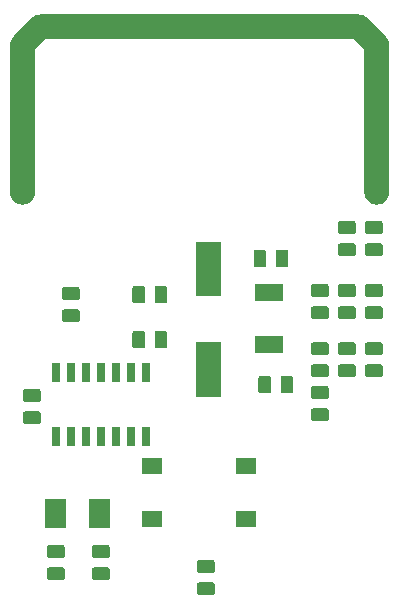
<source format=gts>
G04 #@! TF.GenerationSoftware,KiCad,Pcbnew,(5.0.1)-rc2*
G04 #@! TF.CreationDate,2018-12-03T18:09:08-05:00*
G04 #@! TF.ProjectId,tpms_silencer,74706D735F73696C656E6365722E6B69,rev?*
G04 #@! TF.SameCoordinates,Original*
G04 #@! TF.FileFunction,Soldermask,Top*
G04 #@! TF.FilePolarity,Negative*
%FSLAX46Y46*%
G04 Gerber Fmt 4.6, Leading zero omitted, Abs format (unit mm)*
G04 Created by KiCad (PCBNEW (5.0.1)-rc2) date 2018-12-03 6:09:08 PM*
%MOMM*%
%LPD*%
G01*
G04 APERTURE LIST*
%ADD10C,0.100000*%
G04 APERTURE END LIST*
D10*
G36*
X40462348Y-71343664D02*
X40501000Y-71355389D01*
X40536624Y-71374430D01*
X40567846Y-71400054D01*
X40593470Y-71431276D01*
X40612511Y-71466900D01*
X40624236Y-71505552D01*
X40628800Y-71551891D01*
X40628800Y-72202909D01*
X40624236Y-72249248D01*
X40612511Y-72287900D01*
X40593470Y-72323524D01*
X40567846Y-72354746D01*
X40536624Y-72380370D01*
X40501000Y-72399411D01*
X40462348Y-72411136D01*
X40416009Y-72415700D01*
X39339991Y-72415700D01*
X39293652Y-72411136D01*
X39255000Y-72399411D01*
X39219376Y-72380370D01*
X39188154Y-72354746D01*
X39162530Y-72323524D01*
X39143489Y-72287900D01*
X39131764Y-72249248D01*
X39127200Y-72202909D01*
X39127200Y-71551891D01*
X39131764Y-71505552D01*
X39143489Y-71466900D01*
X39162530Y-71431276D01*
X39188154Y-71400054D01*
X39219376Y-71374430D01*
X39255000Y-71355389D01*
X39293652Y-71343664D01*
X39339991Y-71339100D01*
X40416009Y-71339100D01*
X40462348Y-71343664D01*
X40462348Y-71343664D01*
G37*
G36*
X31572348Y-70078264D02*
X31611000Y-70089989D01*
X31646624Y-70109030D01*
X31677846Y-70134654D01*
X31703470Y-70165876D01*
X31722511Y-70201500D01*
X31734236Y-70240152D01*
X31738800Y-70286491D01*
X31738800Y-70937509D01*
X31734236Y-70983848D01*
X31722511Y-71022500D01*
X31703470Y-71058124D01*
X31677846Y-71089346D01*
X31646624Y-71114970D01*
X31611000Y-71134011D01*
X31572348Y-71145736D01*
X31526009Y-71150300D01*
X30449991Y-71150300D01*
X30403652Y-71145736D01*
X30365000Y-71134011D01*
X30329376Y-71114970D01*
X30298154Y-71089346D01*
X30272530Y-71058124D01*
X30253489Y-71022500D01*
X30241764Y-70983848D01*
X30237200Y-70937509D01*
X30237200Y-70286491D01*
X30241764Y-70240152D01*
X30253489Y-70201500D01*
X30272530Y-70165876D01*
X30298154Y-70134654D01*
X30329376Y-70109030D01*
X30365000Y-70089989D01*
X30403652Y-70078264D01*
X30449991Y-70073700D01*
X31526009Y-70073700D01*
X31572348Y-70078264D01*
X31572348Y-70078264D01*
G37*
G36*
X27762348Y-70078264D02*
X27801000Y-70089989D01*
X27836624Y-70109030D01*
X27867846Y-70134654D01*
X27893470Y-70165876D01*
X27912511Y-70201500D01*
X27924236Y-70240152D01*
X27928800Y-70286491D01*
X27928800Y-70937509D01*
X27924236Y-70983848D01*
X27912511Y-71022500D01*
X27893470Y-71058124D01*
X27867846Y-71089346D01*
X27836624Y-71114970D01*
X27801000Y-71134011D01*
X27762348Y-71145736D01*
X27716009Y-71150300D01*
X26639991Y-71150300D01*
X26593652Y-71145736D01*
X26555000Y-71134011D01*
X26519376Y-71114970D01*
X26488154Y-71089346D01*
X26462530Y-71058124D01*
X26443489Y-71022500D01*
X26431764Y-70983848D01*
X26427200Y-70937509D01*
X26427200Y-70286491D01*
X26431764Y-70240152D01*
X26443489Y-70201500D01*
X26462530Y-70165876D01*
X26488154Y-70134654D01*
X26519376Y-70109030D01*
X26555000Y-70089989D01*
X26593652Y-70078264D01*
X26639991Y-70073700D01*
X27716009Y-70073700D01*
X27762348Y-70078264D01*
X27762348Y-70078264D01*
G37*
G36*
X40462348Y-69468664D02*
X40501000Y-69480389D01*
X40536624Y-69499430D01*
X40567846Y-69525054D01*
X40593470Y-69556276D01*
X40612511Y-69591900D01*
X40624236Y-69630552D01*
X40628800Y-69676891D01*
X40628800Y-70327909D01*
X40624236Y-70374248D01*
X40612511Y-70412900D01*
X40593470Y-70448524D01*
X40567846Y-70479746D01*
X40536624Y-70505370D01*
X40501000Y-70524411D01*
X40462348Y-70536136D01*
X40416009Y-70540700D01*
X39339991Y-70540700D01*
X39293652Y-70536136D01*
X39255000Y-70524411D01*
X39219376Y-70505370D01*
X39188154Y-70479746D01*
X39162530Y-70448524D01*
X39143489Y-70412900D01*
X39131764Y-70374248D01*
X39127200Y-70327909D01*
X39127200Y-69676891D01*
X39131764Y-69630552D01*
X39143489Y-69591900D01*
X39162530Y-69556276D01*
X39188154Y-69525054D01*
X39219376Y-69499430D01*
X39255000Y-69480389D01*
X39293652Y-69468664D01*
X39339991Y-69464100D01*
X40416009Y-69464100D01*
X40462348Y-69468664D01*
X40462348Y-69468664D01*
G37*
G36*
X31572348Y-68203264D02*
X31611000Y-68214989D01*
X31646624Y-68234030D01*
X31677846Y-68259654D01*
X31703470Y-68290876D01*
X31722511Y-68326500D01*
X31734236Y-68365152D01*
X31738800Y-68411491D01*
X31738800Y-69062509D01*
X31734236Y-69108848D01*
X31722511Y-69147500D01*
X31703470Y-69183124D01*
X31677846Y-69214346D01*
X31646624Y-69239970D01*
X31611000Y-69259011D01*
X31572348Y-69270736D01*
X31526009Y-69275300D01*
X30449991Y-69275300D01*
X30403652Y-69270736D01*
X30365000Y-69259011D01*
X30329376Y-69239970D01*
X30298154Y-69214346D01*
X30272530Y-69183124D01*
X30253489Y-69147500D01*
X30241764Y-69108848D01*
X30237200Y-69062509D01*
X30237200Y-68411491D01*
X30241764Y-68365152D01*
X30253489Y-68326500D01*
X30272530Y-68290876D01*
X30298154Y-68259654D01*
X30329376Y-68234030D01*
X30365000Y-68214989D01*
X30403652Y-68203264D01*
X30449991Y-68198700D01*
X31526009Y-68198700D01*
X31572348Y-68203264D01*
X31572348Y-68203264D01*
G37*
G36*
X27762348Y-68203264D02*
X27801000Y-68214989D01*
X27836624Y-68234030D01*
X27867846Y-68259654D01*
X27893470Y-68290876D01*
X27912511Y-68326500D01*
X27924236Y-68365152D01*
X27928800Y-68411491D01*
X27928800Y-69062509D01*
X27924236Y-69108848D01*
X27912511Y-69147500D01*
X27893470Y-69183124D01*
X27867846Y-69214346D01*
X27836624Y-69239970D01*
X27801000Y-69259011D01*
X27762348Y-69270736D01*
X27716009Y-69275300D01*
X26639991Y-69275300D01*
X26593652Y-69270736D01*
X26555000Y-69259011D01*
X26519376Y-69239970D01*
X26488154Y-69214346D01*
X26462530Y-69183124D01*
X26443489Y-69147500D01*
X26431764Y-69108848D01*
X26427200Y-69062509D01*
X26427200Y-68411491D01*
X26431764Y-68365152D01*
X26443489Y-68326500D01*
X26462530Y-68290876D01*
X26488154Y-68259654D01*
X26519376Y-68234030D01*
X26555000Y-68214989D01*
X26593652Y-68203264D01*
X26639991Y-68198700D01*
X27716009Y-68198700D01*
X27762348Y-68203264D01*
X27762348Y-68203264D01*
G37*
G36*
X31778800Y-66782800D02*
X29977200Y-66782800D01*
X29977200Y-64281200D01*
X31778800Y-64281200D01*
X31778800Y-66782800D01*
X31778800Y-66782800D01*
G37*
G36*
X28078800Y-66782800D02*
X26277200Y-66782800D01*
X26277200Y-64281200D01*
X28078800Y-64281200D01*
X28078800Y-66782800D01*
X28078800Y-66782800D01*
G37*
G36*
X44091800Y-66690000D02*
X42440200Y-66690000D01*
X42440200Y-65288400D01*
X44091800Y-65288400D01*
X44091800Y-66690000D01*
X44091800Y-66690000D01*
G37*
G36*
X36131800Y-66690000D02*
X34480200Y-66690000D01*
X34480200Y-65288400D01*
X36131800Y-65288400D01*
X36131800Y-66690000D01*
X36131800Y-66690000D01*
G37*
G36*
X36131800Y-62190000D02*
X34480200Y-62190000D01*
X34480200Y-60788400D01*
X36131800Y-60788400D01*
X36131800Y-62190000D01*
X36131800Y-62190000D01*
G37*
G36*
X44091800Y-62190000D02*
X42440200Y-62190000D01*
X42440200Y-60788400D01*
X44091800Y-60788400D01*
X44091800Y-62190000D01*
X44091800Y-62190000D01*
G37*
G36*
X28798800Y-59794800D02*
X28097200Y-59794800D01*
X28097200Y-58193200D01*
X28798800Y-58193200D01*
X28798800Y-59794800D01*
X28798800Y-59794800D01*
G37*
G36*
X27528800Y-59794800D02*
X26827200Y-59794800D01*
X26827200Y-58193200D01*
X27528800Y-58193200D01*
X27528800Y-59794800D01*
X27528800Y-59794800D01*
G37*
G36*
X30068800Y-59794800D02*
X29367200Y-59794800D01*
X29367200Y-58193200D01*
X30068800Y-58193200D01*
X30068800Y-59794800D01*
X30068800Y-59794800D01*
G37*
G36*
X35148800Y-59794800D02*
X34447200Y-59794800D01*
X34447200Y-58193200D01*
X35148800Y-58193200D01*
X35148800Y-59794800D01*
X35148800Y-59794800D01*
G37*
G36*
X31338800Y-59794800D02*
X30637200Y-59794800D01*
X30637200Y-58193200D01*
X31338800Y-58193200D01*
X31338800Y-59794800D01*
X31338800Y-59794800D01*
G37*
G36*
X33878800Y-59794800D02*
X33177200Y-59794800D01*
X33177200Y-58193200D01*
X33878800Y-58193200D01*
X33878800Y-59794800D01*
X33878800Y-59794800D01*
G37*
G36*
X32608800Y-59794800D02*
X31907200Y-59794800D01*
X31907200Y-58193200D01*
X32608800Y-58193200D01*
X32608800Y-59794800D01*
X32608800Y-59794800D01*
G37*
G36*
X25730348Y-56870264D02*
X25769000Y-56881989D01*
X25804624Y-56901030D01*
X25835846Y-56926654D01*
X25861470Y-56957876D01*
X25880511Y-56993500D01*
X25892236Y-57032152D01*
X25896800Y-57078491D01*
X25896800Y-57729509D01*
X25892236Y-57775848D01*
X25880511Y-57814500D01*
X25861470Y-57850124D01*
X25835846Y-57881346D01*
X25804624Y-57906970D01*
X25769000Y-57926011D01*
X25730348Y-57937736D01*
X25684009Y-57942300D01*
X24607991Y-57942300D01*
X24561652Y-57937736D01*
X24523000Y-57926011D01*
X24487376Y-57906970D01*
X24456154Y-57881346D01*
X24430530Y-57850124D01*
X24411489Y-57814500D01*
X24399764Y-57775848D01*
X24395200Y-57729509D01*
X24395200Y-57078491D01*
X24399764Y-57032152D01*
X24411489Y-56993500D01*
X24430530Y-56957876D01*
X24456154Y-56926654D01*
X24487376Y-56901030D01*
X24523000Y-56881989D01*
X24561652Y-56870264D01*
X24607991Y-56865700D01*
X25684009Y-56865700D01*
X25730348Y-56870264D01*
X25730348Y-56870264D01*
G37*
G36*
X50114348Y-56616264D02*
X50153000Y-56627989D01*
X50188624Y-56647030D01*
X50219846Y-56672654D01*
X50245470Y-56703876D01*
X50264511Y-56739500D01*
X50276236Y-56778152D01*
X50280800Y-56824491D01*
X50280800Y-57475509D01*
X50276236Y-57521848D01*
X50264511Y-57560500D01*
X50245470Y-57596124D01*
X50219846Y-57627346D01*
X50188624Y-57652970D01*
X50153000Y-57672011D01*
X50114348Y-57683736D01*
X50068009Y-57688300D01*
X48991991Y-57688300D01*
X48945652Y-57683736D01*
X48907000Y-57672011D01*
X48871376Y-57652970D01*
X48840154Y-57627346D01*
X48814530Y-57596124D01*
X48795489Y-57560500D01*
X48783764Y-57521848D01*
X48779200Y-57475509D01*
X48779200Y-56824491D01*
X48783764Y-56778152D01*
X48795489Y-56739500D01*
X48814530Y-56703876D01*
X48840154Y-56672654D01*
X48871376Y-56647030D01*
X48907000Y-56627989D01*
X48945652Y-56616264D01*
X48991991Y-56611700D01*
X50068009Y-56611700D01*
X50114348Y-56616264D01*
X50114348Y-56616264D01*
G37*
G36*
X25730348Y-54995264D02*
X25769000Y-55006989D01*
X25804624Y-55026030D01*
X25835846Y-55051654D01*
X25861470Y-55082876D01*
X25880511Y-55118500D01*
X25892236Y-55157152D01*
X25896800Y-55203491D01*
X25896800Y-55854509D01*
X25892236Y-55900848D01*
X25880511Y-55939500D01*
X25861470Y-55975124D01*
X25835846Y-56006346D01*
X25804624Y-56031970D01*
X25769000Y-56051011D01*
X25730348Y-56062736D01*
X25684009Y-56067300D01*
X24607991Y-56067300D01*
X24561652Y-56062736D01*
X24523000Y-56051011D01*
X24487376Y-56031970D01*
X24456154Y-56006346D01*
X24430530Y-55975124D01*
X24411489Y-55939500D01*
X24399764Y-55900848D01*
X24395200Y-55854509D01*
X24395200Y-55203491D01*
X24399764Y-55157152D01*
X24411489Y-55118500D01*
X24430530Y-55082876D01*
X24456154Y-55051654D01*
X24487376Y-55026030D01*
X24523000Y-55006989D01*
X24561652Y-54995264D01*
X24607991Y-54990700D01*
X25684009Y-54990700D01*
X25730348Y-54995264D01*
X25730348Y-54995264D01*
G37*
G36*
X50114348Y-54741264D02*
X50153000Y-54752989D01*
X50188624Y-54772030D01*
X50219846Y-54797654D01*
X50245470Y-54828876D01*
X50264511Y-54864500D01*
X50276236Y-54903152D01*
X50280800Y-54949491D01*
X50280800Y-55600509D01*
X50276236Y-55646848D01*
X50264511Y-55685500D01*
X50245470Y-55721124D01*
X50219846Y-55752346D01*
X50188624Y-55777970D01*
X50153000Y-55797011D01*
X50114348Y-55808736D01*
X50068009Y-55813300D01*
X48991991Y-55813300D01*
X48945652Y-55808736D01*
X48907000Y-55797011D01*
X48871376Y-55777970D01*
X48840154Y-55752346D01*
X48814530Y-55721124D01*
X48795489Y-55685500D01*
X48783764Y-55646848D01*
X48779200Y-55600509D01*
X48779200Y-54949491D01*
X48783764Y-54903152D01*
X48795489Y-54864500D01*
X48814530Y-54828876D01*
X48840154Y-54797654D01*
X48871376Y-54772030D01*
X48907000Y-54752989D01*
X48945652Y-54741264D01*
X48991991Y-54736700D01*
X50068009Y-54736700D01*
X50114348Y-54741264D01*
X50114348Y-54741264D01*
G37*
G36*
X41182800Y-55640800D02*
X39081200Y-55640800D01*
X39081200Y-51039200D01*
X41182800Y-51039200D01*
X41182800Y-55640800D01*
X41182800Y-55640800D01*
G37*
G36*
X47107848Y-53863764D02*
X47146500Y-53875489D01*
X47182124Y-53894530D01*
X47213346Y-53920154D01*
X47238970Y-53951376D01*
X47258011Y-53987000D01*
X47269736Y-54025652D01*
X47274300Y-54071991D01*
X47274300Y-55148009D01*
X47269736Y-55194348D01*
X47258011Y-55233000D01*
X47238970Y-55268624D01*
X47213346Y-55299846D01*
X47182124Y-55325470D01*
X47146500Y-55344511D01*
X47107848Y-55356236D01*
X47061509Y-55360800D01*
X46410491Y-55360800D01*
X46364152Y-55356236D01*
X46325500Y-55344511D01*
X46289876Y-55325470D01*
X46258654Y-55299846D01*
X46233030Y-55268624D01*
X46213989Y-55233000D01*
X46202264Y-55194348D01*
X46197700Y-55148009D01*
X46197700Y-54071991D01*
X46202264Y-54025652D01*
X46213989Y-53987000D01*
X46233030Y-53951376D01*
X46258654Y-53920154D01*
X46289876Y-53894530D01*
X46325500Y-53875489D01*
X46364152Y-53863764D01*
X46410491Y-53859200D01*
X47061509Y-53859200D01*
X47107848Y-53863764D01*
X47107848Y-53863764D01*
G37*
G36*
X45232848Y-53863764D02*
X45271500Y-53875489D01*
X45307124Y-53894530D01*
X45338346Y-53920154D01*
X45363970Y-53951376D01*
X45383011Y-53987000D01*
X45394736Y-54025652D01*
X45399300Y-54071991D01*
X45399300Y-55148009D01*
X45394736Y-55194348D01*
X45383011Y-55233000D01*
X45363970Y-55268624D01*
X45338346Y-55299846D01*
X45307124Y-55325470D01*
X45271500Y-55344511D01*
X45232848Y-55356236D01*
X45186509Y-55360800D01*
X44535491Y-55360800D01*
X44489152Y-55356236D01*
X44450500Y-55344511D01*
X44414876Y-55325470D01*
X44383654Y-55299846D01*
X44358030Y-55268624D01*
X44338989Y-55233000D01*
X44327264Y-55194348D01*
X44322700Y-55148009D01*
X44322700Y-54071991D01*
X44327264Y-54025652D01*
X44338989Y-53987000D01*
X44358030Y-53951376D01*
X44383654Y-53920154D01*
X44414876Y-53894530D01*
X44450500Y-53875489D01*
X44489152Y-53863764D01*
X44535491Y-53859200D01*
X45186509Y-53859200D01*
X45232848Y-53863764D01*
X45232848Y-53863764D01*
G37*
G36*
X32608800Y-54394800D02*
X31907200Y-54394800D01*
X31907200Y-52793200D01*
X32608800Y-52793200D01*
X32608800Y-54394800D01*
X32608800Y-54394800D01*
G37*
G36*
X33878800Y-54394800D02*
X33177200Y-54394800D01*
X33177200Y-52793200D01*
X33878800Y-52793200D01*
X33878800Y-54394800D01*
X33878800Y-54394800D01*
G37*
G36*
X35148800Y-54394800D02*
X34447200Y-54394800D01*
X34447200Y-52793200D01*
X35148800Y-52793200D01*
X35148800Y-54394800D01*
X35148800Y-54394800D01*
G37*
G36*
X31338800Y-54394800D02*
X30637200Y-54394800D01*
X30637200Y-52793200D01*
X31338800Y-52793200D01*
X31338800Y-54394800D01*
X31338800Y-54394800D01*
G37*
G36*
X30068800Y-54394800D02*
X29367200Y-54394800D01*
X29367200Y-52793200D01*
X30068800Y-52793200D01*
X30068800Y-54394800D01*
X30068800Y-54394800D01*
G37*
G36*
X28798800Y-54394800D02*
X28097200Y-54394800D01*
X28097200Y-52793200D01*
X28798800Y-52793200D01*
X28798800Y-54394800D01*
X28798800Y-54394800D01*
G37*
G36*
X27528800Y-54394800D02*
X26827200Y-54394800D01*
X26827200Y-52793200D01*
X27528800Y-52793200D01*
X27528800Y-54394800D01*
X27528800Y-54394800D01*
G37*
G36*
X50114348Y-52903264D02*
X50153000Y-52914989D01*
X50188624Y-52934030D01*
X50219846Y-52959654D01*
X50245470Y-52990876D01*
X50264511Y-53026500D01*
X50276236Y-53065152D01*
X50280800Y-53111491D01*
X50280800Y-53762509D01*
X50276236Y-53808848D01*
X50264511Y-53847500D01*
X50245470Y-53883124D01*
X50219846Y-53914346D01*
X50188624Y-53939970D01*
X50153000Y-53959011D01*
X50114348Y-53970736D01*
X50068009Y-53975300D01*
X48991991Y-53975300D01*
X48945652Y-53970736D01*
X48907000Y-53959011D01*
X48871376Y-53939970D01*
X48840154Y-53914346D01*
X48814530Y-53883124D01*
X48795489Y-53847500D01*
X48783764Y-53808848D01*
X48779200Y-53762509D01*
X48779200Y-53111491D01*
X48783764Y-53065152D01*
X48795489Y-53026500D01*
X48814530Y-52990876D01*
X48840154Y-52959654D01*
X48871376Y-52934030D01*
X48907000Y-52914989D01*
X48945652Y-52903264D01*
X48991991Y-52898700D01*
X50068009Y-52898700D01*
X50114348Y-52903264D01*
X50114348Y-52903264D01*
G37*
G36*
X54686348Y-52903264D02*
X54725000Y-52914989D01*
X54760624Y-52934030D01*
X54791846Y-52959654D01*
X54817470Y-52990876D01*
X54836511Y-53026500D01*
X54848236Y-53065152D01*
X54852800Y-53111491D01*
X54852800Y-53762509D01*
X54848236Y-53808848D01*
X54836511Y-53847500D01*
X54817470Y-53883124D01*
X54791846Y-53914346D01*
X54760624Y-53939970D01*
X54725000Y-53959011D01*
X54686348Y-53970736D01*
X54640009Y-53975300D01*
X53563991Y-53975300D01*
X53517652Y-53970736D01*
X53479000Y-53959011D01*
X53443376Y-53939970D01*
X53412154Y-53914346D01*
X53386530Y-53883124D01*
X53367489Y-53847500D01*
X53355764Y-53808848D01*
X53351200Y-53762509D01*
X53351200Y-53111491D01*
X53355764Y-53065152D01*
X53367489Y-53026500D01*
X53386530Y-52990876D01*
X53412154Y-52959654D01*
X53443376Y-52934030D01*
X53479000Y-52914989D01*
X53517652Y-52903264D01*
X53563991Y-52898700D01*
X54640009Y-52898700D01*
X54686348Y-52903264D01*
X54686348Y-52903264D01*
G37*
G36*
X52400348Y-52903264D02*
X52439000Y-52914989D01*
X52474624Y-52934030D01*
X52505846Y-52959654D01*
X52531470Y-52990876D01*
X52550511Y-53026500D01*
X52562236Y-53065152D01*
X52566800Y-53111491D01*
X52566800Y-53762509D01*
X52562236Y-53808848D01*
X52550511Y-53847500D01*
X52531470Y-53883124D01*
X52505846Y-53914346D01*
X52474624Y-53939970D01*
X52439000Y-53959011D01*
X52400348Y-53970736D01*
X52354009Y-53975300D01*
X51277991Y-53975300D01*
X51231652Y-53970736D01*
X51193000Y-53959011D01*
X51157376Y-53939970D01*
X51126154Y-53914346D01*
X51100530Y-53883124D01*
X51081489Y-53847500D01*
X51069764Y-53808848D01*
X51065200Y-53762509D01*
X51065200Y-53111491D01*
X51069764Y-53065152D01*
X51081489Y-53026500D01*
X51100530Y-52990876D01*
X51126154Y-52959654D01*
X51157376Y-52934030D01*
X51193000Y-52914989D01*
X51231652Y-52903264D01*
X51277991Y-52898700D01*
X52354009Y-52898700D01*
X52400348Y-52903264D01*
X52400348Y-52903264D01*
G37*
G36*
X50114348Y-51028264D02*
X50153000Y-51039989D01*
X50188624Y-51059030D01*
X50219846Y-51084654D01*
X50245470Y-51115876D01*
X50264511Y-51151500D01*
X50276236Y-51190152D01*
X50280800Y-51236491D01*
X50280800Y-51887509D01*
X50276236Y-51933848D01*
X50264511Y-51972500D01*
X50245470Y-52008124D01*
X50219846Y-52039346D01*
X50188624Y-52064970D01*
X50153000Y-52084011D01*
X50114348Y-52095736D01*
X50068009Y-52100300D01*
X48991991Y-52100300D01*
X48945652Y-52095736D01*
X48907000Y-52084011D01*
X48871376Y-52064970D01*
X48840154Y-52039346D01*
X48814530Y-52008124D01*
X48795489Y-51972500D01*
X48783764Y-51933848D01*
X48779200Y-51887509D01*
X48779200Y-51236491D01*
X48783764Y-51190152D01*
X48795489Y-51151500D01*
X48814530Y-51115876D01*
X48840154Y-51084654D01*
X48871376Y-51059030D01*
X48907000Y-51039989D01*
X48945652Y-51028264D01*
X48991991Y-51023700D01*
X50068009Y-51023700D01*
X50114348Y-51028264D01*
X50114348Y-51028264D01*
G37*
G36*
X54686348Y-51028264D02*
X54725000Y-51039989D01*
X54760624Y-51059030D01*
X54791846Y-51084654D01*
X54817470Y-51115876D01*
X54836511Y-51151500D01*
X54848236Y-51190152D01*
X54852800Y-51236491D01*
X54852800Y-51887509D01*
X54848236Y-51933848D01*
X54836511Y-51972500D01*
X54817470Y-52008124D01*
X54791846Y-52039346D01*
X54760624Y-52064970D01*
X54725000Y-52084011D01*
X54686348Y-52095736D01*
X54640009Y-52100300D01*
X53563991Y-52100300D01*
X53517652Y-52095736D01*
X53479000Y-52084011D01*
X53443376Y-52064970D01*
X53412154Y-52039346D01*
X53386530Y-52008124D01*
X53367489Y-51972500D01*
X53355764Y-51933848D01*
X53351200Y-51887509D01*
X53351200Y-51236491D01*
X53355764Y-51190152D01*
X53367489Y-51151500D01*
X53386530Y-51115876D01*
X53412154Y-51084654D01*
X53443376Y-51059030D01*
X53479000Y-51039989D01*
X53517652Y-51028264D01*
X53563991Y-51023700D01*
X54640009Y-51023700D01*
X54686348Y-51028264D01*
X54686348Y-51028264D01*
G37*
G36*
X52400348Y-51028264D02*
X52439000Y-51039989D01*
X52474624Y-51059030D01*
X52505846Y-51084654D01*
X52531470Y-51115876D01*
X52550511Y-51151500D01*
X52562236Y-51190152D01*
X52566800Y-51236491D01*
X52566800Y-51887509D01*
X52562236Y-51933848D01*
X52550511Y-51972500D01*
X52531470Y-52008124D01*
X52505846Y-52039346D01*
X52474624Y-52064970D01*
X52439000Y-52084011D01*
X52400348Y-52095736D01*
X52354009Y-52100300D01*
X51277991Y-52100300D01*
X51231652Y-52095736D01*
X51193000Y-52084011D01*
X51157376Y-52064970D01*
X51126154Y-52039346D01*
X51100530Y-52008124D01*
X51081489Y-51972500D01*
X51069764Y-51933848D01*
X51065200Y-51887509D01*
X51065200Y-51236491D01*
X51069764Y-51190152D01*
X51081489Y-51151500D01*
X51100530Y-51115876D01*
X51126154Y-51084654D01*
X51157376Y-51059030D01*
X51193000Y-51039989D01*
X51231652Y-51028264D01*
X51277991Y-51023700D01*
X52354009Y-51023700D01*
X52400348Y-51028264D01*
X52400348Y-51028264D01*
G37*
G36*
X46412800Y-51972800D02*
X44011200Y-51972800D01*
X44011200Y-50471200D01*
X46412800Y-50471200D01*
X46412800Y-51972800D01*
X46412800Y-51972800D01*
G37*
G36*
X34564848Y-50053764D02*
X34603500Y-50065489D01*
X34639124Y-50084530D01*
X34670346Y-50110154D01*
X34695970Y-50141376D01*
X34715011Y-50177000D01*
X34726736Y-50215652D01*
X34731300Y-50261991D01*
X34731300Y-51338009D01*
X34726736Y-51384348D01*
X34715011Y-51423000D01*
X34695970Y-51458624D01*
X34670346Y-51489846D01*
X34639124Y-51515470D01*
X34603500Y-51534511D01*
X34564848Y-51546236D01*
X34518509Y-51550800D01*
X33867491Y-51550800D01*
X33821152Y-51546236D01*
X33782500Y-51534511D01*
X33746876Y-51515470D01*
X33715654Y-51489846D01*
X33690030Y-51458624D01*
X33670989Y-51423000D01*
X33659264Y-51384348D01*
X33654700Y-51338009D01*
X33654700Y-50261991D01*
X33659264Y-50215652D01*
X33670989Y-50177000D01*
X33690030Y-50141376D01*
X33715654Y-50110154D01*
X33746876Y-50084530D01*
X33782500Y-50065489D01*
X33821152Y-50053764D01*
X33867491Y-50049200D01*
X34518509Y-50049200D01*
X34564848Y-50053764D01*
X34564848Y-50053764D01*
G37*
G36*
X36439848Y-50053764D02*
X36478500Y-50065489D01*
X36514124Y-50084530D01*
X36545346Y-50110154D01*
X36570970Y-50141376D01*
X36590011Y-50177000D01*
X36601736Y-50215652D01*
X36606300Y-50261991D01*
X36606300Y-51338009D01*
X36601736Y-51384348D01*
X36590011Y-51423000D01*
X36570970Y-51458624D01*
X36545346Y-51489846D01*
X36514124Y-51515470D01*
X36478500Y-51534511D01*
X36439848Y-51546236D01*
X36393509Y-51550800D01*
X35742491Y-51550800D01*
X35696152Y-51546236D01*
X35657500Y-51534511D01*
X35621876Y-51515470D01*
X35590654Y-51489846D01*
X35565030Y-51458624D01*
X35545989Y-51423000D01*
X35534264Y-51384348D01*
X35529700Y-51338009D01*
X35529700Y-50261991D01*
X35534264Y-50215652D01*
X35545989Y-50177000D01*
X35565030Y-50141376D01*
X35590654Y-50110154D01*
X35621876Y-50084530D01*
X35657500Y-50065489D01*
X35696152Y-50053764D01*
X35742491Y-50049200D01*
X36393509Y-50049200D01*
X36439848Y-50053764D01*
X36439848Y-50053764D01*
G37*
G36*
X29032348Y-48234264D02*
X29071000Y-48245989D01*
X29106624Y-48265030D01*
X29137846Y-48290654D01*
X29163470Y-48321876D01*
X29182511Y-48357500D01*
X29194236Y-48396152D01*
X29198800Y-48442491D01*
X29198800Y-49093509D01*
X29194236Y-49139848D01*
X29182511Y-49178500D01*
X29163470Y-49214124D01*
X29137846Y-49245346D01*
X29106624Y-49270970D01*
X29071000Y-49290011D01*
X29032348Y-49301736D01*
X28986009Y-49306300D01*
X27909991Y-49306300D01*
X27863652Y-49301736D01*
X27825000Y-49290011D01*
X27789376Y-49270970D01*
X27758154Y-49245346D01*
X27732530Y-49214124D01*
X27713489Y-49178500D01*
X27701764Y-49139848D01*
X27697200Y-49093509D01*
X27697200Y-48442491D01*
X27701764Y-48396152D01*
X27713489Y-48357500D01*
X27732530Y-48321876D01*
X27758154Y-48290654D01*
X27789376Y-48265030D01*
X27825000Y-48245989D01*
X27863652Y-48234264D01*
X27909991Y-48229700D01*
X28986009Y-48229700D01*
X29032348Y-48234264D01*
X29032348Y-48234264D01*
G37*
G36*
X50114348Y-47980264D02*
X50153000Y-47991989D01*
X50188624Y-48011030D01*
X50219846Y-48036654D01*
X50245470Y-48067876D01*
X50264511Y-48103500D01*
X50276236Y-48142152D01*
X50280800Y-48188491D01*
X50280800Y-48839509D01*
X50276236Y-48885848D01*
X50264511Y-48924500D01*
X50245470Y-48960124D01*
X50219846Y-48991346D01*
X50188624Y-49016970D01*
X50153000Y-49036011D01*
X50114348Y-49047736D01*
X50068009Y-49052300D01*
X48991991Y-49052300D01*
X48945652Y-49047736D01*
X48907000Y-49036011D01*
X48871376Y-49016970D01*
X48840154Y-48991346D01*
X48814530Y-48960124D01*
X48795489Y-48924500D01*
X48783764Y-48885848D01*
X48779200Y-48839509D01*
X48779200Y-48188491D01*
X48783764Y-48142152D01*
X48795489Y-48103500D01*
X48814530Y-48067876D01*
X48840154Y-48036654D01*
X48871376Y-48011030D01*
X48907000Y-47991989D01*
X48945652Y-47980264D01*
X48991991Y-47975700D01*
X50068009Y-47975700D01*
X50114348Y-47980264D01*
X50114348Y-47980264D01*
G37*
G36*
X52400348Y-47980264D02*
X52439000Y-47991989D01*
X52474624Y-48011030D01*
X52505846Y-48036654D01*
X52531470Y-48067876D01*
X52550511Y-48103500D01*
X52562236Y-48142152D01*
X52566800Y-48188491D01*
X52566800Y-48839509D01*
X52562236Y-48885848D01*
X52550511Y-48924500D01*
X52531470Y-48960124D01*
X52505846Y-48991346D01*
X52474624Y-49016970D01*
X52439000Y-49036011D01*
X52400348Y-49047736D01*
X52354009Y-49052300D01*
X51277991Y-49052300D01*
X51231652Y-49047736D01*
X51193000Y-49036011D01*
X51157376Y-49016970D01*
X51126154Y-48991346D01*
X51100530Y-48960124D01*
X51081489Y-48924500D01*
X51069764Y-48885848D01*
X51065200Y-48839509D01*
X51065200Y-48188491D01*
X51069764Y-48142152D01*
X51081489Y-48103500D01*
X51100530Y-48067876D01*
X51126154Y-48036654D01*
X51157376Y-48011030D01*
X51193000Y-47991989D01*
X51231652Y-47980264D01*
X51277991Y-47975700D01*
X52354009Y-47975700D01*
X52400348Y-47980264D01*
X52400348Y-47980264D01*
G37*
G36*
X54686348Y-47980264D02*
X54725000Y-47991989D01*
X54760624Y-48011030D01*
X54791846Y-48036654D01*
X54817470Y-48067876D01*
X54836511Y-48103500D01*
X54848236Y-48142152D01*
X54852800Y-48188491D01*
X54852800Y-48839509D01*
X54848236Y-48885848D01*
X54836511Y-48924500D01*
X54817470Y-48960124D01*
X54791846Y-48991346D01*
X54760624Y-49016970D01*
X54725000Y-49036011D01*
X54686348Y-49047736D01*
X54640009Y-49052300D01*
X53563991Y-49052300D01*
X53517652Y-49047736D01*
X53479000Y-49036011D01*
X53443376Y-49016970D01*
X53412154Y-48991346D01*
X53386530Y-48960124D01*
X53367489Y-48924500D01*
X53355764Y-48885848D01*
X53351200Y-48839509D01*
X53351200Y-48188491D01*
X53355764Y-48142152D01*
X53367489Y-48103500D01*
X53386530Y-48067876D01*
X53412154Y-48036654D01*
X53443376Y-48011030D01*
X53479000Y-47991989D01*
X53517652Y-47980264D01*
X53563991Y-47975700D01*
X54640009Y-47975700D01*
X54686348Y-47980264D01*
X54686348Y-47980264D01*
G37*
G36*
X34564848Y-46243764D02*
X34603500Y-46255489D01*
X34639124Y-46274530D01*
X34670346Y-46300154D01*
X34695970Y-46331376D01*
X34715011Y-46367000D01*
X34726736Y-46405652D01*
X34731300Y-46451991D01*
X34731300Y-47528009D01*
X34726736Y-47574348D01*
X34715011Y-47613000D01*
X34695970Y-47648624D01*
X34670346Y-47679846D01*
X34639124Y-47705470D01*
X34603500Y-47724511D01*
X34564848Y-47736236D01*
X34518509Y-47740800D01*
X33867491Y-47740800D01*
X33821152Y-47736236D01*
X33782500Y-47724511D01*
X33746876Y-47705470D01*
X33715654Y-47679846D01*
X33690030Y-47648624D01*
X33670989Y-47613000D01*
X33659264Y-47574348D01*
X33654700Y-47528009D01*
X33654700Y-46451991D01*
X33659264Y-46405652D01*
X33670989Y-46367000D01*
X33690030Y-46331376D01*
X33715654Y-46300154D01*
X33746876Y-46274530D01*
X33782500Y-46255489D01*
X33821152Y-46243764D01*
X33867491Y-46239200D01*
X34518509Y-46239200D01*
X34564848Y-46243764D01*
X34564848Y-46243764D01*
G37*
G36*
X36439848Y-46243764D02*
X36478500Y-46255489D01*
X36514124Y-46274530D01*
X36545346Y-46300154D01*
X36570970Y-46331376D01*
X36590011Y-46367000D01*
X36601736Y-46405652D01*
X36606300Y-46451991D01*
X36606300Y-47528009D01*
X36601736Y-47574348D01*
X36590011Y-47613000D01*
X36570970Y-47648624D01*
X36545346Y-47679846D01*
X36514124Y-47705470D01*
X36478500Y-47724511D01*
X36439848Y-47736236D01*
X36393509Y-47740800D01*
X35742491Y-47740800D01*
X35696152Y-47736236D01*
X35657500Y-47724511D01*
X35621876Y-47705470D01*
X35590654Y-47679846D01*
X35565030Y-47648624D01*
X35545989Y-47613000D01*
X35534264Y-47574348D01*
X35529700Y-47528009D01*
X35529700Y-46451991D01*
X35534264Y-46405652D01*
X35545989Y-46367000D01*
X35565030Y-46331376D01*
X35590654Y-46300154D01*
X35621876Y-46274530D01*
X35657500Y-46255489D01*
X35696152Y-46243764D01*
X35742491Y-46239200D01*
X36393509Y-46239200D01*
X36439848Y-46243764D01*
X36439848Y-46243764D01*
G37*
G36*
X46412800Y-47572800D02*
X44011200Y-47572800D01*
X44011200Y-46071200D01*
X46412800Y-46071200D01*
X46412800Y-47572800D01*
X46412800Y-47572800D01*
G37*
G36*
X29032348Y-46359264D02*
X29071000Y-46370989D01*
X29106624Y-46390030D01*
X29137846Y-46415654D01*
X29163470Y-46446876D01*
X29182511Y-46482500D01*
X29194236Y-46521152D01*
X29198800Y-46567491D01*
X29198800Y-47218509D01*
X29194236Y-47264848D01*
X29182511Y-47303500D01*
X29163470Y-47339124D01*
X29137846Y-47370346D01*
X29106624Y-47395970D01*
X29071000Y-47415011D01*
X29032348Y-47426736D01*
X28986009Y-47431300D01*
X27909991Y-47431300D01*
X27863652Y-47426736D01*
X27825000Y-47415011D01*
X27789376Y-47395970D01*
X27758154Y-47370346D01*
X27732530Y-47339124D01*
X27713489Y-47303500D01*
X27701764Y-47264848D01*
X27697200Y-47218509D01*
X27697200Y-46567491D01*
X27701764Y-46521152D01*
X27713489Y-46482500D01*
X27732530Y-46446876D01*
X27758154Y-46415654D01*
X27789376Y-46390030D01*
X27825000Y-46370989D01*
X27863652Y-46359264D01*
X27909991Y-46354700D01*
X28986009Y-46354700D01*
X29032348Y-46359264D01*
X29032348Y-46359264D01*
G37*
G36*
X52400348Y-46105264D02*
X52439000Y-46116989D01*
X52474624Y-46136030D01*
X52505846Y-46161654D01*
X52531470Y-46192876D01*
X52550511Y-46228500D01*
X52562236Y-46267152D01*
X52566800Y-46313491D01*
X52566800Y-46964509D01*
X52562236Y-47010848D01*
X52550511Y-47049500D01*
X52531470Y-47085124D01*
X52505846Y-47116346D01*
X52474624Y-47141970D01*
X52439000Y-47161011D01*
X52400348Y-47172736D01*
X52354009Y-47177300D01*
X51277991Y-47177300D01*
X51231652Y-47172736D01*
X51193000Y-47161011D01*
X51157376Y-47141970D01*
X51126154Y-47116346D01*
X51100530Y-47085124D01*
X51081489Y-47049500D01*
X51069764Y-47010848D01*
X51065200Y-46964509D01*
X51065200Y-46313491D01*
X51069764Y-46267152D01*
X51081489Y-46228500D01*
X51100530Y-46192876D01*
X51126154Y-46161654D01*
X51157376Y-46136030D01*
X51193000Y-46116989D01*
X51231652Y-46105264D01*
X51277991Y-46100700D01*
X52354009Y-46100700D01*
X52400348Y-46105264D01*
X52400348Y-46105264D01*
G37*
G36*
X54686348Y-46105264D02*
X54725000Y-46116989D01*
X54760624Y-46136030D01*
X54791846Y-46161654D01*
X54817470Y-46192876D01*
X54836511Y-46228500D01*
X54848236Y-46267152D01*
X54852800Y-46313491D01*
X54852800Y-46964509D01*
X54848236Y-47010848D01*
X54836511Y-47049500D01*
X54817470Y-47085124D01*
X54791846Y-47116346D01*
X54760624Y-47141970D01*
X54725000Y-47161011D01*
X54686348Y-47172736D01*
X54640009Y-47177300D01*
X53563991Y-47177300D01*
X53517652Y-47172736D01*
X53479000Y-47161011D01*
X53443376Y-47141970D01*
X53412154Y-47116346D01*
X53386530Y-47085124D01*
X53367489Y-47049500D01*
X53355764Y-47010848D01*
X53351200Y-46964509D01*
X53351200Y-46313491D01*
X53355764Y-46267152D01*
X53367489Y-46228500D01*
X53386530Y-46192876D01*
X53412154Y-46161654D01*
X53443376Y-46136030D01*
X53479000Y-46116989D01*
X53517652Y-46105264D01*
X53563991Y-46100700D01*
X54640009Y-46100700D01*
X54686348Y-46105264D01*
X54686348Y-46105264D01*
G37*
G36*
X50114348Y-46105264D02*
X50153000Y-46116989D01*
X50188624Y-46136030D01*
X50219846Y-46161654D01*
X50245470Y-46192876D01*
X50264511Y-46228500D01*
X50276236Y-46267152D01*
X50280800Y-46313491D01*
X50280800Y-46964509D01*
X50276236Y-47010848D01*
X50264511Y-47049500D01*
X50245470Y-47085124D01*
X50219846Y-47116346D01*
X50188624Y-47141970D01*
X50153000Y-47161011D01*
X50114348Y-47172736D01*
X50068009Y-47177300D01*
X48991991Y-47177300D01*
X48945652Y-47172736D01*
X48907000Y-47161011D01*
X48871376Y-47141970D01*
X48840154Y-47116346D01*
X48814530Y-47085124D01*
X48795489Y-47049500D01*
X48783764Y-47010848D01*
X48779200Y-46964509D01*
X48779200Y-46313491D01*
X48783764Y-46267152D01*
X48795489Y-46228500D01*
X48814530Y-46192876D01*
X48840154Y-46161654D01*
X48871376Y-46136030D01*
X48907000Y-46116989D01*
X48945652Y-46105264D01*
X48991991Y-46100700D01*
X50068009Y-46100700D01*
X50114348Y-46105264D01*
X50114348Y-46105264D01*
G37*
G36*
X41182800Y-47140800D02*
X39081200Y-47140800D01*
X39081200Y-42539200D01*
X41182800Y-42539200D01*
X41182800Y-47140800D01*
X41182800Y-47140800D01*
G37*
G36*
X46696848Y-43195764D02*
X46735500Y-43207489D01*
X46771124Y-43226530D01*
X46802346Y-43252154D01*
X46827970Y-43283376D01*
X46847011Y-43319000D01*
X46858736Y-43357652D01*
X46863300Y-43403991D01*
X46863300Y-44480009D01*
X46858736Y-44526348D01*
X46847011Y-44565000D01*
X46827970Y-44600624D01*
X46802346Y-44631846D01*
X46771124Y-44657470D01*
X46735500Y-44676511D01*
X46696848Y-44688236D01*
X46650509Y-44692800D01*
X45999491Y-44692800D01*
X45953152Y-44688236D01*
X45914500Y-44676511D01*
X45878876Y-44657470D01*
X45847654Y-44631846D01*
X45822030Y-44600624D01*
X45802989Y-44565000D01*
X45791264Y-44526348D01*
X45786700Y-44480009D01*
X45786700Y-43403991D01*
X45791264Y-43357652D01*
X45802989Y-43319000D01*
X45822030Y-43283376D01*
X45847654Y-43252154D01*
X45878876Y-43226530D01*
X45914500Y-43207489D01*
X45953152Y-43195764D01*
X45999491Y-43191200D01*
X46650509Y-43191200D01*
X46696848Y-43195764D01*
X46696848Y-43195764D01*
G37*
G36*
X44821848Y-43195764D02*
X44860500Y-43207489D01*
X44896124Y-43226530D01*
X44927346Y-43252154D01*
X44952970Y-43283376D01*
X44972011Y-43319000D01*
X44983736Y-43357652D01*
X44988300Y-43403991D01*
X44988300Y-44480009D01*
X44983736Y-44526348D01*
X44972011Y-44565000D01*
X44952970Y-44600624D01*
X44927346Y-44631846D01*
X44896124Y-44657470D01*
X44860500Y-44676511D01*
X44821848Y-44688236D01*
X44775509Y-44692800D01*
X44124491Y-44692800D01*
X44078152Y-44688236D01*
X44039500Y-44676511D01*
X44003876Y-44657470D01*
X43972654Y-44631846D01*
X43947030Y-44600624D01*
X43927989Y-44565000D01*
X43916264Y-44526348D01*
X43911700Y-44480009D01*
X43911700Y-43403991D01*
X43916264Y-43357652D01*
X43927989Y-43319000D01*
X43947030Y-43283376D01*
X43972654Y-43252154D01*
X44003876Y-43226530D01*
X44039500Y-43207489D01*
X44078152Y-43195764D01*
X44124491Y-43191200D01*
X44775509Y-43191200D01*
X44821848Y-43195764D01*
X44821848Y-43195764D01*
G37*
G36*
X52400348Y-42646264D02*
X52439000Y-42657989D01*
X52474624Y-42677030D01*
X52505846Y-42702654D01*
X52531470Y-42733876D01*
X52550511Y-42769500D01*
X52562236Y-42808152D01*
X52566800Y-42854491D01*
X52566800Y-43505509D01*
X52562236Y-43551848D01*
X52550511Y-43590500D01*
X52531470Y-43626124D01*
X52505846Y-43657346D01*
X52474624Y-43682970D01*
X52439000Y-43702011D01*
X52400348Y-43713736D01*
X52354009Y-43718300D01*
X51277991Y-43718300D01*
X51231652Y-43713736D01*
X51193000Y-43702011D01*
X51157376Y-43682970D01*
X51126154Y-43657346D01*
X51100530Y-43626124D01*
X51081489Y-43590500D01*
X51069764Y-43551848D01*
X51065200Y-43505509D01*
X51065200Y-42854491D01*
X51069764Y-42808152D01*
X51081489Y-42769500D01*
X51100530Y-42733876D01*
X51126154Y-42702654D01*
X51157376Y-42677030D01*
X51193000Y-42657989D01*
X51231652Y-42646264D01*
X51277991Y-42641700D01*
X52354009Y-42641700D01*
X52400348Y-42646264D01*
X52400348Y-42646264D01*
G37*
G36*
X54686348Y-42646264D02*
X54725000Y-42657989D01*
X54760624Y-42677030D01*
X54791846Y-42702654D01*
X54817470Y-42733876D01*
X54836511Y-42769500D01*
X54848236Y-42808152D01*
X54852800Y-42854491D01*
X54852800Y-43505509D01*
X54848236Y-43551848D01*
X54836511Y-43590500D01*
X54817470Y-43626124D01*
X54791846Y-43657346D01*
X54760624Y-43682970D01*
X54725000Y-43702011D01*
X54686348Y-43713736D01*
X54640009Y-43718300D01*
X53563991Y-43718300D01*
X53517652Y-43713736D01*
X53479000Y-43702011D01*
X53443376Y-43682970D01*
X53412154Y-43657346D01*
X53386530Y-43626124D01*
X53367489Y-43590500D01*
X53355764Y-43551848D01*
X53351200Y-43505509D01*
X53351200Y-42854491D01*
X53355764Y-42808152D01*
X53367489Y-42769500D01*
X53386530Y-42733876D01*
X53412154Y-42702654D01*
X53443376Y-42677030D01*
X53479000Y-42657989D01*
X53517652Y-42646264D01*
X53563991Y-42641700D01*
X54640009Y-42641700D01*
X54686348Y-42646264D01*
X54686348Y-42646264D01*
G37*
G36*
X52400348Y-40771264D02*
X52439000Y-40782989D01*
X52474624Y-40802030D01*
X52505846Y-40827654D01*
X52531470Y-40858876D01*
X52550511Y-40894500D01*
X52562236Y-40933152D01*
X52566800Y-40979491D01*
X52566800Y-41630509D01*
X52562236Y-41676848D01*
X52550511Y-41715500D01*
X52531470Y-41751124D01*
X52505846Y-41782346D01*
X52474624Y-41807970D01*
X52439000Y-41827011D01*
X52400348Y-41838736D01*
X52354009Y-41843300D01*
X51277991Y-41843300D01*
X51231652Y-41838736D01*
X51193000Y-41827011D01*
X51157376Y-41807970D01*
X51126154Y-41782346D01*
X51100530Y-41751124D01*
X51081489Y-41715500D01*
X51069764Y-41676848D01*
X51065200Y-41630509D01*
X51065200Y-40979491D01*
X51069764Y-40933152D01*
X51081489Y-40894500D01*
X51100530Y-40858876D01*
X51126154Y-40827654D01*
X51157376Y-40802030D01*
X51193000Y-40782989D01*
X51231652Y-40771264D01*
X51277991Y-40766700D01*
X52354009Y-40766700D01*
X52400348Y-40771264D01*
X52400348Y-40771264D01*
G37*
G36*
X54686348Y-40771264D02*
X54725000Y-40782989D01*
X54760624Y-40802030D01*
X54791846Y-40827654D01*
X54817470Y-40858876D01*
X54836511Y-40894500D01*
X54848236Y-40933152D01*
X54852800Y-40979491D01*
X54852800Y-41630509D01*
X54848236Y-41676848D01*
X54836511Y-41715500D01*
X54817470Y-41751124D01*
X54791846Y-41782346D01*
X54760624Y-41807970D01*
X54725000Y-41827011D01*
X54686348Y-41838736D01*
X54640009Y-41843300D01*
X53563991Y-41843300D01*
X53517652Y-41838736D01*
X53479000Y-41827011D01*
X53443376Y-41807970D01*
X53412154Y-41782346D01*
X53386530Y-41751124D01*
X53367489Y-41715500D01*
X53355764Y-41676848D01*
X53351200Y-41630509D01*
X53351200Y-40979491D01*
X53355764Y-40933152D01*
X53367489Y-40894500D01*
X53386530Y-40858876D01*
X53412154Y-40827654D01*
X53443376Y-40802030D01*
X53479000Y-40782989D01*
X53517652Y-40771264D01*
X53563991Y-40766700D01*
X54640009Y-40766700D01*
X54686348Y-40771264D01*
X54686348Y-40771264D01*
G37*
G36*
X52857431Y-23277562D02*
X52859666Y-23277578D01*
X52859664Y-23277797D01*
X52859785Y-23277809D01*
X52860035Y-23277810D01*
X52860037Y-23277581D01*
X52862575Y-23277599D01*
X52868087Y-23277086D01*
X52878970Y-23277733D01*
X52966599Y-23287562D01*
X52967901Y-23287701D01*
X53052798Y-23296325D01*
X53057566Y-23297286D01*
X53059844Y-23297643D01*
X53068529Y-23299489D01*
X53069818Y-23299756D01*
X53078375Y-23301481D01*
X53080568Y-23302048D01*
X53085355Y-23303066D01*
X53166776Y-23328895D01*
X53168027Y-23329285D01*
X53249551Y-23354209D01*
X53254044Y-23356079D01*
X53256170Y-23356857D01*
X53264301Y-23360342D01*
X53265504Y-23360850D01*
X53273661Y-23364245D01*
X53275708Y-23365231D01*
X53280185Y-23367150D01*
X53354965Y-23408261D01*
X53356117Y-23408886D01*
X53431321Y-23449210D01*
X53435381Y-23451927D01*
X53437318Y-23453105D01*
X53444564Y-23458067D01*
X53445655Y-23458805D01*
X53453002Y-23463723D01*
X53454837Y-23465101D01*
X53458849Y-23467848D01*
X53524199Y-23522683D01*
X53525206Y-23523519D01*
X53593528Y-23579639D01*
X53601798Y-23587138D01*
X55096854Y-25082194D01*
X55100619Y-25086832D01*
X55101776Y-25088005D01*
X55101662Y-25088117D01*
X55101897Y-25088407D01*
X55102036Y-25088270D01*
X55103675Y-25089931D01*
X55107948Y-25093465D01*
X55115314Y-25101762D01*
X55170325Y-25170674D01*
X55171148Y-25171694D01*
X55225087Y-25237829D01*
X55227777Y-25241878D01*
X55229122Y-25243722D01*
X55233947Y-25251153D01*
X55234666Y-25252249D01*
X55239535Y-25259578D01*
X55240682Y-25261524D01*
X55243339Y-25265616D01*
X55282614Y-25341385D01*
X55283222Y-25342543D01*
X55323284Y-25417891D01*
X55325145Y-25422404D01*
X55326109Y-25424482D01*
X55329378Y-25432654D01*
X55329870Y-25433866D01*
X55333222Y-25441999D01*
X55333979Y-25444161D01*
X55335792Y-25448693D01*
X55359592Y-25530612D01*
X55359963Y-25531865D01*
X55384634Y-25613582D01*
X55385581Y-25618364D01*
X55386120Y-25620574D01*
X55387735Y-25629206D01*
X55387983Y-25630494D01*
X55389705Y-25639191D01*
X55390027Y-25641452D01*
X55390923Y-25646240D01*
X55398359Y-25731230D01*
X55398480Y-25732533D01*
X55407106Y-25820506D01*
X55407651Y-25831658D01*
X55407651Y-38328600D01*
X55407650Y-38328959D01*
X55407576Y-38339644D01*
X55406867Y-38351572D01*
X55386159Y-38536191D01*
X55381532Y-38557958D01*
X55326217Y-38732331D01*
X55317448Y-38752788D01*
X55229321Y-38913092D01*
X55216751Y-38931451D01*
X55099160Y-39071590D01*
X55083260Y-39087161D01*
X54940701Y-39201781D01*
X54922068Y-39213973D01*
X54759953Y-39298725D01*
X54739324Y-39307060D01*
X54563834Y-39358709D01*
X54541977Y-39362879D01*
X54359786Y-39379460D01*
X54337537Y-39379305D01*
X54155604Y-39360182D01*
X54133809Y-39355709D01*
X53959053Y-39301613D01*
X53938537Y-39292988D01*
X53777615Y-39205979D01*
X53759174Y-39193540D01*
X53618218Y-39076931D01*
X53602537Y-39061141D01*
X53486917Y-38919376D01*
X53474606Y-38900846D01*
X53388717Y-38739312D01*
X53380241Y-38718748D01*
X53327365Y-38543614D01*
X53323043Y-38521785D01*
X53304894Y-38336694D01*
X53304349Y-38325541D01*
X53304349Y-26315985D01*
X53301947Y-26291599D01*
X53294834Y-26268150D01*
X53283283Y-26246539D01*
X53267737Y-26227597D01*
X52457003Y-25416863D01*
X52438061Y-25401317D01*
X52416450Y-25389766D01*
X52393001Y-25382653D01*
X52368615Y-25380251D01*
X26343385Y-25380251D01*
X26318999Y-25382653D01*
X26295550Y-25389766D01*
X26273939Y-25401317D01*
X26254997Y-25416863D01*
X25444263Y-26227597D01*
X25428717Y-26246539D01*
X25417166Y-26268150D01*
X25410053Y-26291599D01*
X25407651Y-26315985D01*
X25407651Y-38328600D01*
X25407650Y-38328959D01*
X25407576Y-38339644D01*
X25406867Y-38351572D01*
X25386159Y-38536191D01*
X25381532Y-38557958D01*
X25326217Y-38732331D01*
X25317448Y-38752788D01*
X25229321Y-38913092D01*
X25216751Y-38931451D01*
X25099160Y-39071590D01*
X25083260Y-39087161D01*
X24940701Y-39201781D01*
X24922068Y-39213973D01*
X24759953Y-39298725D01*
X24739324Y-39307060D01*
X24563834Y-39358709D01*
X24541977Y-39362879D01*
X24359786Y-39379460D01*
X24337537Y-39379305D01*
X24155604Y-39360182D01*
X24133809Y-39355709D01*
X23959053Y-39301613D01*
X23938537Y-39292988D01*
X23777615Y-39205979D01*
X23759174Y-39193540D01*
X23618218Y-39076931D01*
X23602537Y-39061141D01*
X23486917Y-38919376D01*
X23474606Y-38900846D01*
X23388717Y-38739312D01*
X23380241Y-38718748D01*
X23327365Y-38543614D01*
X23323043Y-38521785D01*
X23304894Y-38336694D01*
X23304349Y-38325541D01*
X23304349Y-25833019D01*
X23304962Y-25827169D01*
X23304978Y-25824934D01*
X23305197Y-25824936D01*
X23305209Y-25824815D01*
X23305210Y-25824565D01*
X23304981Y-25824563D01*
X23304999Y-25822025D01*
X23304486Y-25816513D01*
X23305133Y-25805630D01*
X23314962Y-25718001D01*
X23315101Y-25716699D01*
X23323725Y-25631802D01*
X23324686Y-25627034D01*
X23325043Y-25624756D01*
X23326889Y-25616071D01*
X23327156Y-25614782D01*
X23328881Y-25606225D01*
X23329448Y-25604032D01*
X23330466Y-25599245D01*
X23356295Y-25517824D01*
X23356685Y-25516573D01*
X23381609Y-25435049D01*
X23383479Y-25430556D01*
X23384257Y-25428430D01*
X23387742Y-25420299D01*
X23388250Y-25419096D01*
X23391645Y-25410939D01*
X23392631Y-25408892D01*
X23394550Y-25404415D01*
X23435661Y-25329635D01*
X23436286Y-25328483D01*
X23476610Y-25253279D01*
X23479327Y-25249219D01*
X23480505Y-25247282D01*
X23485467Y-25240036D01*
X23486205Y-25238945D01*
X23491123Y-25231598D01*
X23492501Y-25229763D01*
X23495248Y-25225751D01*
X23550083Y-25160401D01*
X23550919Y-25159394D01*
X23607039Y-25091072D01*
X23614538Y-25082802D01*
X25109594Y-23587746D01*
X25114232Y-23583981D01*
X25115405Y-23582824D01*
X25115517Y-23582938D01*
X25115807Y-23582703D01*
X25115670Y-23582564D01*
X25117331Y-23580925D01*
X25120865Y-23576652D01*
X25129162Y-23569286D01*
X25198074Y-23514275D01*
X25199094Y-23513452D01*
X25265229Y-23459513D01*
X25269278Y-23456823D01*
X25271122Y-23455478D01*
X25278553Y-23450653D01*
X25279649Y-23449934D01*
X25286978Y-23445065D01*
X25288924Y-23443918D01*
X25293016Y-23441261D01*
X25368785Y-23401986D01*
X25369943Y-23401378D01*
X25445291Y-23361316D01*
X25449804Y-23359455D01*
X25451882Y-23358491D01*
X25460054Y-23355222D01*
X25461266Y-23354730D01*
X25469399Y-23351378D01*
X25471561Y-23350621D01*
X25476093Y-23348808D01*
X25558012Y-23325008D01*
X25559265Y-23324637D01*
X25640982Y-23299966D01*
X25645764Y-23299019D01*
X25647960Y-23298484D01*
X25656630Y-23296861D01*
X25657910Y-23296614D01*
X25666598Y-23294894D01*
X25668852Y-23294573D01*
X25673640Y-23293677D01*
X25758630Y-23286241D01*
X25759933Y-23286120D01*
X25847906Y-23277494D01*
X25859058Y-23276949D01*
X52851581Y-23276949D01*
X52857431Y-23277562D01*
X52857431Y-23277562D01*
G37*
M02*

</source>
